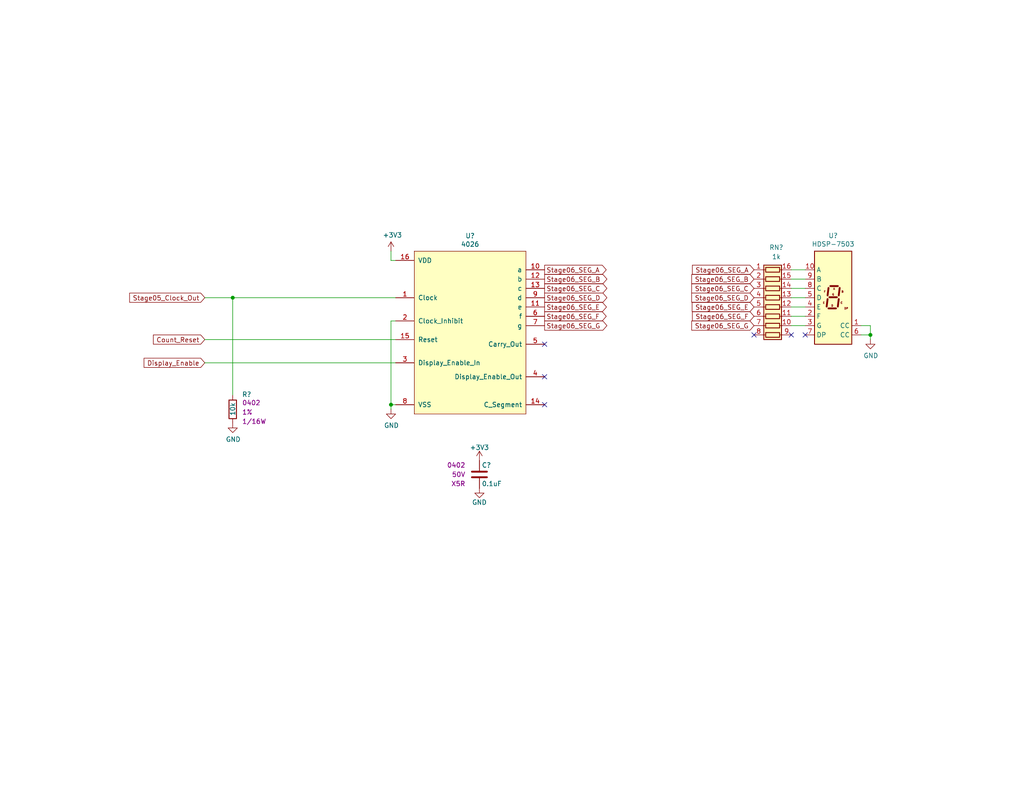
<source format=kicad_sch>
(kicad_sch (version 20230121) (generator eeschema)
  (paper "A")
  (title_block (title "Stopwatch") (date "2024-01-11") (rev "A") (company "Drew Maatman"))
  (lib_symbols
    (symbol "Custom_Library:4026" (pin_names (offset 1.016))
      (property "Reference" "U" (at 30.48 -43.18 0))
      (property "Value" "4026" (at 20.32 3.81 0))
      (symbol "4026_0_1"
        (rectangle (start 5.08 2.54) (end 35.56 -41.91) (fill (type background)))
      )
      (symbol "4026_1_1"
        (pin input line (at 0 -10.16 0) (length 5.08) (name "Clock") (number "1"))
        (pin output line (at 40.64 -2.54 180) (length 5.08) (name "a") (number "10"))
        (pin output line (at 40.64 -12.7 180) (length 5.08) (name "e") (number "11"))
        (pin output line (at 40.64 -5.08 180) (length 5.08) (name "b") (number "12"))
        (pin output line (at 40.64 -7.62 180) (length 5.08) (name "c") (number "13"))
        (pin output line (at 40.64 -39.37 180) (length 5.08) (name "C_Segment") (number "14"))
        (pin input line (at 0 -21.59 0) (length 5.08) (name "Reset") (number "15"))
        (pin power_in line (at 0 0 0) (length 5.08) (name "VDD") (number "16"))
        (pin input line (at 0 -16.51 0) (length 5.08) (name "Clock_Inhibit") (number "2"))
        (pin input line (at 0 -27.94 0) (length 5.08) (name "Display_Enable_In") (number "3"))
        (pin output line (at 40.64 -31.75 180) (length 5.08) (name "Display_Enable_Out") (number "4"))
        (pin output line (at 40.64 -22.86 180) (length 5.08) (name "Carry_Out") (number "5"))
        (pin output line (at 40.64 -15.24 180) (length 5.08) (name "f") (number "6"))
        (pin output line (at 40.64 -17.78 180) (length 5.08) (name "g") (number "7"))
        (pin power_in line (at 0 -39.37 0) (length 5.08) (name "VSS") (number "8"))
        (pin output line (at 40.64 -10.16 180) (length 5.08) (name "d") (number "9"))
      )
    )
    (symbol "Custom_Library:C_Custom" (pin_numbers hide) (pin_names (offset 0.254))
      (property "Reference" "C" (at 0.635 2.54 0))
      (property "Value" "C_Custom" (at 0.635 -2.54 0))
      (property "display_footprint" "Foot" (at -3.81 2.54 0))
      (property "Voltage" "V" (at -3.81 0 0))
      (property "Dielectric" "Er" (at -3.81 -2.54 0))
      (symbol "C_Custom_0_1"
        (polyline (pts (xy -2.032 -0.762) (xy 2.032 -0.762)) (stroke (width 0.508)))
        (polyline (pts (xy -2.032 0.762) (xy 2.032 0.762)) (stroke (width 0.508)))
      )
      (symbol "C_Custom_1_1"
        (pin passive line (at 0 3.81 270) (length 2.794) (name "~") (number "1"))
        (pin passive line (at 0 -3.81 90) (length 2.794) (name "~") (number "2"))
      )
    )
    (symbol "Custom_Library:R_Custom" (pin_numbers hide) (pin_names (offset 1.016) hide)
      (property "Reference" "R" (at -2.54 0 90))
      (property "Value" "R_Custom" (at 0 0 90))
      (property "display_footprint" "Foot" (at 2.54 0 90))
      (property "Tolerance" "Tol" (at 5.08 0 90))
      (property "Wattage" "W" (at 7.62 0 90))
      (symbol "R_Custom_0_1"
        (rectangle (start 1.016 2.54) (end -1.016 -2.54) (stroke (width 0.254)))
      )
      (symbol "R_Custom_1_1"
        (pin passive line (at 0 3.81 270) (length 1.27) (name "1") (number "1"))
        (pin passive line (at 0 -3.81 90) (length 1.27) (name "2") (number "2"))
      )
    )
    (symbol "Device:R_Pack08" (pin_names (offset 0) hide)
      (property "Reference" "RN" (at -12.7 0 90))
      (property "Value" "R_Pack08" (at 10.16 0 90))
      (symbol "R_Pack08_0_1"
        (rectangle (start -11.43 -2.413) (end 8.89 2.413) (stroke (width 0.254)) (fill (type background)))
        (rectangle (start -10.795 1.905) (end -9.525 -1.905) (stroke (width 0.254)))
        (rectangle (start -8.255 1.905) (end -6.985 -1.905) (stroke (width 0.254)))
        (rectangle (start -5.715 1.905) (end -4.445 -1.905) (stroke (width 0.254)))
        (rectangle (start -3.175 1.905) (end -1.905 -1.905) (stroke (width 0.254)))
        (rectangle (start -0.635 1.905) (end 0.635 -1.905) (stroke (width 0.254)))
        (polyline (pts (xy -10.16 -2.54) (xy -10.16 -1.905)))
        (polyline (pts (xy -10.16 1.905) (xy -10.16 2.54)))
        (polyline (pts (xy -7.62 -2.54) (xy -7.62 -1.905)))
        (polyline (pts (xy -7.62 1.905) (xy -7.62 2.54)))
        (polyline (pts (xy -5.08 -2.54) (xy -5.08 -1.905)))
        (polyline (pts (xy -5.08 1.905) (xy -5.08 2.54)))
        (polyline (pts (xy -2.54 -2.54) (xy -2.54 -1.905)))
        (polyline (pts (xy -2.54 1.905) (xy -2.54 2.54)))
        (polyline (pts (xy 0 -2.54) (xy 0 -1.905)))
        (polyline (pts (xy 0 1.905) (xy 0 2.54)))
        (polyline (pts (xy 2.54 -2.54) (xy 2.54 -1.905)))
        (polyline (pts (xy 2.54 1.905) (xy 2.54 2.54)))
        (polyline (pts (xy 5.08 -2.54) (xy 5.08 -1.905)))
        (polyline (pts (xy 5.08 1.905) (xy 5.08 2.54)))
        (polyline (pts (xy 7.62 -2.54) (xy 7.62 -1.905)))
        (polyline (pts (xy 7.62 1.905) (xy 7.62 2.54)))
        (rectangle (start 1.905 1.905) (end 3.175 -1.905) (stroke (width 0.254)))
        (rectangle (start 4.445 1.905) (end 5.715 -1.905) (stroke (width 0.254)))
        (rectangle (start 6.985 1.905) (end 8.255 -1.905) (stroke (width 0.254)))
      )
      (symbol "R_Pack08_1_1"
        (pin passive line (at -10.16 -5.08 90) (length 2.54) (name "R1.1") (number "1"))
        (pin passive line (at 5.08 5.08 270) (length 2.54) (name "R7.2") (number "10"))
        (pin passive line (at 2.54 5.08 270) (length 2.54) (name "R6.2") (number "11"))
        (pin passive line (at 0 5.08 270) (length 2.54) (name "R5.2") (number "12"))
        (pin passive line (at -2.54 5.08 270) (length 2.54) (name "R4.2") (number "13"))
        (pin passive line (at -5.08 5.08 270) (length 2.54) (name "R3.2") (number "14"))
        (pin passive line (at -7.62 5.08 270) (length 2.54) (name "R2.2") (number "15"))
        (pin passive line (at -10.16 5.08 270) (length 2.54) (name "R1.2") (number "16"))
        (pin passive line (at -7.62 -5.08 90) (length 2.54) (name "R2.1") (number "2"))
        (pin passive line (at -5.08 -5.08 90) (length 2.54) (name "R3.1") (number "3"))
        (pin passive line (at -2.54 -5.08 90) (length 2.54) (name "R4.1") (number "4"))
        (pin passive line (at 0 -5.08 90) (length 2.54) (name "R5.1") (number "5"))
        (pin passive line (at 2.54 -5.08 90) (length 2.54) (name "R6.1") (number "6"))
        (pin passive line (at 5.08 -5.08 90) (length 2.54) (name "R7.1") (number "7"))
        (pin passive line (at 7.62 -5.08 90) (length 2.54) (name "R8.1") (number "8"))
        (pin passive line (at 7.62 5.08 270) (length 2.54) (name "R8.2") (number "9"))
      )
    )
    (symbol "Display_Character:HDSP-7503"
      (property "Reference" "U" (at -3.81 13.97 0))
      (property "Value" "HDSP-7503" (at 6.35 13.97 0))
      (symbol "HDSP-7503_1_0"
        (text "A" (at 0.254 2.413 0) (effects (font (size 0.508 0.508))))
        (text "B" (at 2.54 1.651 0) (effects (font (size 0.508 0.508))))
        (text "C" (at 2.286 -1.397 0) (effects (font (size 0.508 0.508))))
        (text "D" (at -0.254 -2.159 0) (effects (font (size 0.508 0.508))))
        (text "DP" (at 3.556 -2.921 0) (effects (font (size 0.508 0.508))))
        (text "E" (at -2.54 -1.397 0) (effects (font (size 0.508 0.508))))
        (text "F" (at -2.286 1.651 0) (effects (font (size 0.508 0.508))))
        (text "G" (at 0 0.889 0) (effects (font (size 0.508 0.508))))
      )
      (symbol "HDSP-7503_1_1"
        (rectangle (start -5.08 12.7) (end 5.08 -12.7) (stroke (width 0.254)) (fill (type background)))
        (polyline (pts (xy -1.524 -0.381) (xy -1.778 -2.413)) (stroke (width 0.508)))
        (polyline (pts (xy -1.27 -2.921) (xy 0.762 -2.921)) (stroke (width 0.508)))
        (polyline (pts (xy -1.27 2.667) (xy -1.524 0.635)) (stroke (width 0.508)))
        (polyline (pts (xy -1.016 0.127) (xy 1.016 0.127)) (stroke (width 0.508)))
        (polyline (pts (xy -0.762 3.175) (xy 1.27 3.175)) (stroke (width 0.508)))
        (polyline (pts (xy 1.524 -0.381) (xy 1.27 -2.413)) (stroke (width 0.508)))
        (polyline (pts (xy 1.778 2.667) (xy 1.524 0.635)) (stroke (width 0.508)))
        (polyline (pts (xy 2.54 -2.921) (xy 2.54 -2.921)) (stroke (width 0.508)))
        (pin input line (at 7.62 -7.62 180) (length 2.54) (name "CC") (number "1"))
        (pin input line (at -7.62 7.62 0) (length 2.54) (name "A") (number "10"))
        (pin input line (at -7.62 -5.08 0) (length 2.54) (name "F") (number "2"))
        (pin input line (at -7.62 -7.62 0) (length 2.54) (name "G") (number "3"))
        (pin input line (at -7.62 -2.54 0) (length 2.54) (name "E") (number "4"))
        (pin input line (at -7.62 0 0) (length 2.54) (name "D") (number "5"))
        (pin input line (at 7.62 -10.16 180) (length 2.54) (name "CC") (number "6"))
        (pin input line (at -7.62 -10.16 0) (length 2.54) (name "DP") (number "7"))
        (pin input line (at -7.62 2.54 0) (length 2.54) (name "C") (number "8"))
        (pin input line (at -7.62 5.08 0) (length 2.54) (name "B") (number "9"))
      )
    )
    (symbol "Incrementor-rescue:+3.3V-power" (power) (pin_names (offset 0))
      (property "Value" "+3.3V-power" (at 0 3.556 0))
      (symbol "+3.3V-power_0_1"
        (polyline (pts (xy -0.762 1.27) (xy 0 2.54)))
        (polyline (pts (xy 0 0) (xy 0 2.54)))
        (polyline (pts (xy 0 2.54) (xy 0.762 1.27)))
      )
      (symbol "+3.3V-power_1_1"
        (pin power_in line (at 0 0 90) (length 0) hide (name "+3V3") (number "1"))
      )
    )
    (symbol "power:GND" (power) (pin_names (offset 0))
      (property "Value" "GND" (at 0 -3.81 0))
      (symbol "GND_0_1"
        (polyline (pts (xy 0 0) (xy 0 -1.27) (xy 1.27 -1.27) (xy 0 -2.54) (xy -1.27 -1.27) (xy 0 -1.27)))
      )
      (symbol "GND_1_1"
        (pin power_in line (at 0 0 270) (length 0) hide (name "GND") (number "1"))
      )
    )
  )
  (junction (at 63.5 81.28))
  (junction (at 237.49 91.44))
  (junction (at 106.68 110.49))
  (no_connect (at 215.9 91.44))
  (no_connect (at 219.71 91.44))
  (no_connect (at 148.59 102.87))
  (no_connect (at 148.59 110.49))
  (no_connect (at 205.74 91.44))
  (no_connect (at 148.59 93.98))
  (wire (pts (xy 215.9 78.74) (xy 219.71 78.74)))
  (wire (pts (xy 215.9 81.28) (xy 219.71 81.28)))
  (wire (pts (xy 237.49 92.71) (xy 237.49 91.44)))
  (wire (pts (xy 237.49 88.9) (xy 234.95 88.9)))
  (wire (pts (xy 106.68 71.12) (xy 107.95 71.12)))
  (wire (pts (xy 106.68 110.49) (xy 107.95 110.49)))
  (wire (pts (xy 215.9 88.9) (xy 219.71 88.9)))
  (wire (pts (xy 215.9 73.66) (xy 219.71 73.66)))
  (wire (pts (xy 55.88 92.71) (xy 107.95 92.71)))
  (wire (pts (xy 55.88 81.28) (xy 63.5 81.28)))
  (wire (pts (xy 234.95 91.44) (xy 237.49 91.44)))
  (wire (pts (xy 215.9 86.36) (xy 219.71 86.36)))
  (wire (pts (xy 107.95 81.28) (xy 63.5 81.28)))
  (wire (pts (xy 106.68 111.76) (xy 106.68 110.49)))
  (wire (pts (xy 106.68 87.63) (xy 106.68 110.49)))
  (wire (pts (xy 215.9 83.82) (xy 219.71 83.82)))
  (wire (pts (xy 107.95 87.63) (xy 106.68 87.63)))
  (wire (pts (xy 55.88 99.06) (xy 107.95 99.06)))
  (wire (pts (xy 106.68 68.58) (xy 106.68 71.12)))
  (wire (pts (xy 215.9 76.2) (xy 219.71 76.2)))
  (wire (pts (xy 237.49 91.44) (xy 237.49 88.9)))
  (wire (pts (xy 63.5 81.28) (xy 63.5 107.95)))
  (global_label "Stage06_SEG_E" (shape output) (at 148.59 83.82 0) (property "Intersheetrefs" "${INTERSHEET_REFS}" (effects hide)))
  (global_label "Display_Enable" (shape input) (at 55.88 99.06 180) (property "Intersheetrefs" "${INTERSHEET_REFS}" (effects hide)))
  (global_label "Stage06_SEG_A" (shape input) (at 205.74 73.66 180) (property "Intersheetrefs" "${INTERSHEET_REFS}" (effects hide)))
  (global_label "Stage06_SEG_B" (shape input) (at 205.74 76.2 180) (property "Intersheetrefs" "${INTERSHEET_REFS}" (effects hide)))
  (global_label "Stage06_SEG_C" (shape output) (at 148.59 78.74 0) (property "Intersheetrefs" "${INTERSHEET_REFS}" (effects hide)))
  (global_label "Stage05_Clock_Out" (shape input) (at 55.88 81.28 180) (property "Intersheetrefs" "${INTERSHEET_REFS}" (effects hide)))
  (global_label "Stage06_SEG_F" (shape output) (at 148.59 86.36 0) (property "Intersheetrefs" "${INTERSHEET_REFS}" (effects hide)))
  (global_label "Stage06_SEG_A" (shape output) (at 148.59 73.66 0) (property "Intersheetrefs" "${INTERSHEET_REFS}" (effects hide)))
  (global_label "Stage06_SEG_G" (shape input) (at 205.74 88.9 180) (property "Intersheetrefs" "${INTERSHEET_REFS}" (effects hide)))
  (global_label "Stage06_SEG_D" (shape output) (at 148.59 81.28 0) (property "Intersheetrefs" "${INTERSHEET_REFS}" (effects hide)))
  (global_label "Count_Reset" (shape input) (at 55.88 92.71 180) (property "Intersheetrefs" "${INTERSHEET_REFS}" (effects hide)))
  (global_label "Stage06_SEG_B" (shape output) (at 148.59 76.2 0) (property "Intersheetrefs" "${INTERSHEET_REFS}" (effects hide)))
  (global_label "Stage06_SEG_E" (shape input) (at 205.74 83.82 180) (property "Intersheetrefs" "${INTERSHEET_REFS}" (effects hide)))
  (global_label "Stage06_SEG_C" (shape input) (at 205.74 78.74 180) (property "Intersheetrefs" "${INTERSHEET_REFS}" (effects hide)))
  (global_label "Stage06_SEG_G" (shape output) (at 148.59 88.9 0) (property "Intersheetrefs" "${INTERSHEET_REFS}" (effects hide)))
  (global_label "Stage06_SEG_F" (shape input) (at 205.74 86.36 180) (property "Intersheetrefs" "${INTERSHEET_REFS}" (effects hide)))
  (global_label "Stage06_SEG_D" (shape input) (at 205.74 81.28 180) (property "Intersheetrefs" "${INTERSHEET_REFS}" (effects hide)))
  (symbol (lib_id "Device:R_Pack08") (at 210.82 83.82 270) (unit 1)
    (property "Reference" "RN?" (at 211.836 67.564 90))
    (property "Value" "1k" (at 211.836 70.104 90))
    (property "Footprint" "Resistor_SMD:R_Cat16-8" (effects hide))
    (property "Digi-Key PN" "CAT16-102J8LFCT-ND" (effects hide))
  )
  (symbol (lib_id "Custom_Library:C_Custom") (at 130.81 129.54 0) (unit 1)
    (property "Reference" "C?" (at 131.445 127 0) (effects (justify left)))
    (property "Value" "0.1uF" (at 131.445 132.08 0) (effects (justify left)))
    (property "Footprint" "Capacitors_SMD:C_0402" (effects hide))
    (property "display_footprint" "0402" (at 127 127 0) (effects (justify right)))
    (property "Voltage" "50V" (at 127 129.54 0) (effects (justify right)))
    (property "Dielectric" "X5R" (at 127 132.08 0) (effects (justify right)))
    (property "Digi-Key PN" "490-10697-1-ND" (effects hide))
  )
  (symbol (lib_id "power:GND") (at 63.5 115.57 0) (unit 1)
    (property "Reference" "#PWR?" (effects hide))
    (property "Value" "GND" (at 63.627 119.9642 0))
    (instances (project "Stopwatch" (path "" (reference "#PWR?") (unit 1)) (path "" (reference "#PWR095") (unit 1))))
  )
  (symbol (lib_id "power:GND") (at 237.49 92.71 0) (unit 1)
    (property "Reference" "#PWR?" (effects hide))
    (property "Value" "GND" (at 237.617 97.1042 0))
    (instances (project "Stopwatch" (path "" (reference "#PWR?") (unit 1)) (path "" (reference "#PWR0100") (unit 1))))
  )
  (symbol (lib_id "Custom_Library:R_Custom") (at 63.5 111.76 0) (unit 1)
    (property "Reference" "R?" (at 66.04 107.696 0) (effects (justify left)))
    (property "Value" "10k" (at 63.5 113.538 90) (effects (justify left)))
    (property "Footprint" "Resistors_SMD:R_0402" (effects hide))
    (property "display_footprint" "0402" (at 66.04 109.982 0) (effects (justify left)))
    (property "Tolerance" "1%" (at 66.04 112.522 0) (effects (justify left)))
    (property "Wattage" "1/16W" (at 66.04 115.062 0) (effects (justify left)))
    (property "Digi-Key PN" "RMCF0402FT10K0CT-ND" (effects hide))
  )
  (symbol (lib_id "Incrementor-rescue:+3.3V-power") (at 130.81 125.73 0) (unit 1)
    (property "Reference" "#PWR?" (effects hide))
    (property "Value" "+3.3V" (at 130.81 122.174 0))
    (instances (project "Stopwatch" (path "" (reference "#PWR?") (unit 1)) (path "" (reference "#PWR098") (unit 1))))
  )
  (symbol (lib_id "Incrementor-rescue:+3.3V-power") (at 106.68 68.58 0) (unit 1)
    (property "Reference" "#PWR?" (effects hide))
    (property "Value" "+3.3V" (at 107.061 64.1858 0))
    (instances (project "Stopwatch" (path "" (reference "#PWR?") (unit 1)) (path "" (reference "#PWR096") (unit 1))))
  )
  (symbol (lib_id "power:GND") (at 130.81 133.35 0) (unit 1)
    (property "Reference" "#PWR?" (effects hide))
    (property "Value" "GND" (at 130.81 137.16 0))
    (instances (project "Stopwatch" (path "" (reference "#PWR?") (unit 1)) (path "" (reference "#PWR099") (unit 1))))
  )
  (symbol (lib_id "power:GND") (at 106.68 111.76 0) (unit 1)
    (property "Reference" "#PWR?" (effects hide))
    (property "Value" "GND" (at 106.807 116.1542 0))
    (instances (project "Stopwatch" (path "" (reference "#PWR?") (unit 1)) (path "" (reference "#PWR097") (unit 1))))
  )
  (symbol (lib_id "Display_Character:HDSP-7503") (at 227.33 81.28 0) (unit 1)
    (property "Reference" "U?" (at 227.33 64.3382 0))
    (property "Value" "HDSP-7503" (at 227.33 66.6496 0))
    (property "Footprint" "Display_7Segment:HDSP-A151" (effects hide))
    (property "Datasheet" "https://docs.broadcom.com/docs/AV02-2553EN" (effects hide))
    (property "Digi-Key PN" "516-1203-5-ND" (effects hide))
  )
  (symbol (lib_id "Custom_Library:4026") (at 107.95 71.12 0) (unit 1)
    (property "Reference" "U?" (at 128.27 64.389 0))
    (property "Value" "4026" (at 128.27 66.7004 0))
    (property "Footprint" "Housings_SSOP:TSSOP-16_4.4x5mm_Pitch0.65mm" (effects hide))
    (property "Digi-Key PN" "296-32878-5-ND" (effects hide))
  )
)
</source>
